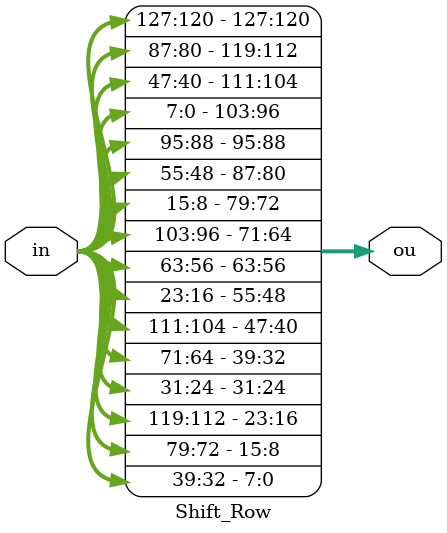
<source format=v>
module Shift_Row(
input [127:0]in,output [127:0]ou);
assign ou[127:120]=in[127:120];
assign ou[95:88]=in[95:88];
assign ou[63:56]=in[63:56];
assign ou[31:24]=in[31:24];
assign ou[119:112]=in[87:80];
assign ou[87:80]=in[55:48];
assign ou[55:48]=in[23:16];
assign ou[23:16]=in[119:112];
assign ou[111:104]=in[47:40];
assign ou[79:72]=in[15:8];
assign ou[47:40]=in[111:104];
assign ou[15:8]=in[79:72];
assign ou[103:96]=in[7:0];
assign ou[71:64]=in[103:96];
assign ou[39:32]=in[71:64];
assign ou[7:0]=in[39:32];
endmodule

</source>
